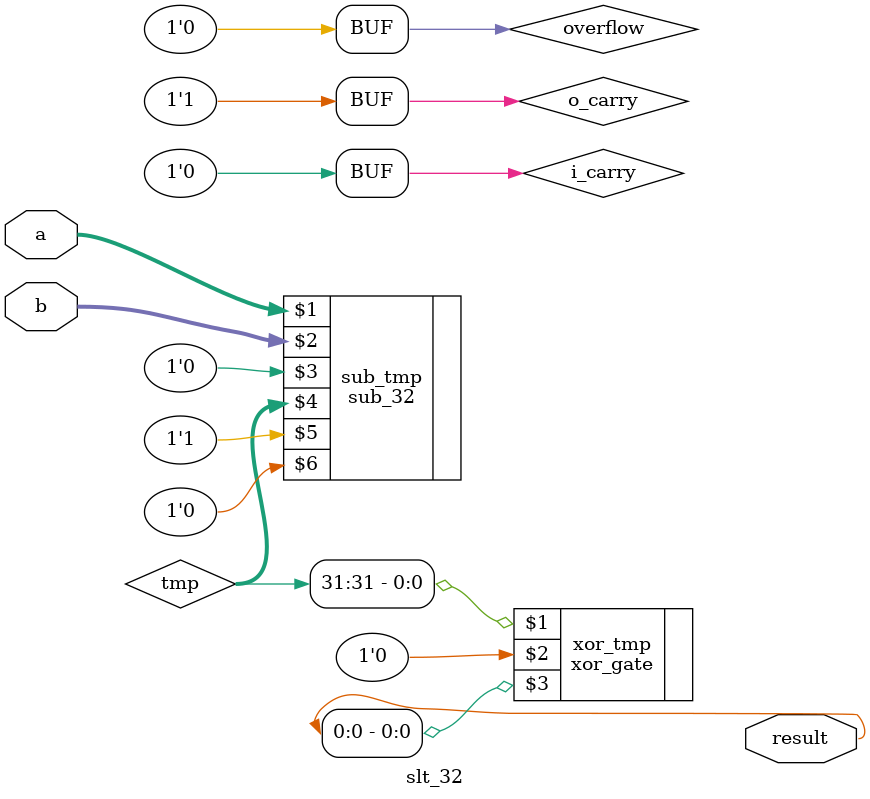
<source format=v>
module slt_32(result, a, b);

input[31:0] a, b;

output[31:0] result;

wire[31:0]  tmp;

wire overflow = 1'b0;
wire i_carry = 1'b0;
wire o_carry = 1'b1;

sub_32 sub_tmp(a, b, i_carry, tmp, o_carry, overflow);
xor_gate xor_tmp(tmp[31], overflow, result[0]);

endmodule
</source>
